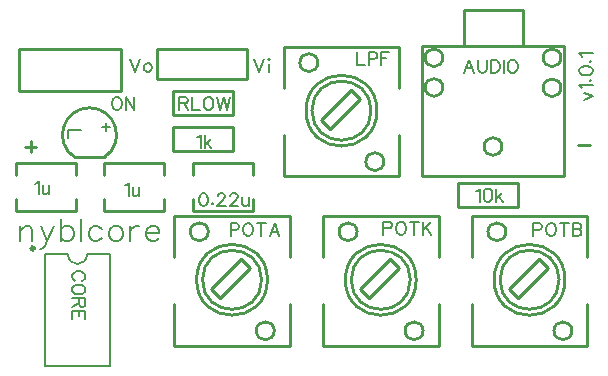
<source format=gto>
G04 Layer: TopSilkscreenLayer*
G04 EasyEDA v6.5.23, 2023-05-03 21:09:27*
G04 070e00cd3d364d4cb8f93b061264e40a,f016fa541b524367aba1ea0f7d3472e8,10*
G04 Gerber Generator version 0.2*
G04 Scale: 100 percent, Rotated: No, Reflected: No *
G04 Dimensions in millimeters *
G04 leading zeros omitted , absolute positions ,4 integer and 5 decimal *
%FSLAX45Y45*%
%MOMM*%

%ADD10C,0.2032*%
%ADD11C,0.2500*%
%ADD12C,0.1520*%
%ADD13C,0.1524*%
%ADD14C,0.2540*%
%ADD15C,0.3000*%
%ADD16C,0.0117*%

%LPD*%
D10*
X114300Y1461262D02*
G01*
X114300Y1331976D01*
X114300Y1424178D02*
G01*
X141986Y1451863D01*
X160528Y1461262D01*
X188213Y1461262D01*
X206755Y1451863D01*
X215900Y1424178D01*
X215900Y1331976D01*
X286004Y1461262D02*
G01*
X341629Y1331976D01*
X397002Y1461262D02*
G01*
X341629Y1331976D01*
X323087Y1294892D01*
X304545Y1276350D01*
X286004Y1267205D01*
X276860Y1267205D01*
X457962Y1525778D02*
G01*
X457962Y1331976D01*
X457962Y1433576D02*
G01*
X476250Y1451863D01*
X494792Y1461262D01*
X522478Y1461262D01*
X541020Y1451863D01*
X559562Y1433576D01*
X568705Y1405889D01*
X568705Y1387347D01*
X559562Y1359662D01*
X541020Y1341120D01*
X522478Y1331976D01*
X494792Y1331976D01*
X476250Y1341120D01*
X457962Y1359662D01*
X629665Y1525778D02*
G01*
X629665Y1331976D01*
X801370Y1433576D02*
G01*
X783081Y1451863D01*
X764539Y1461262D01*
X736854Y1461262D01*
X718312Y1451863D01*
X699770Y1433576D01*
X690626Y1405889D01*
X690626Y1387347D01*
X699770Y1359662D01*
X718312Y1341120D01*
X736854Y1331976D01*
X764539Y1331976D01*
X783081Y1341120D01*
X801370Y1359662D01*
X908557Y1461262D02*
G01*
X890270Y1451863D01*
X871728Y1433576D01*
X862329Y1405889D01*
X862329Y1387347D01*
X871728Y1359662D01*
X890270Y1341120D01*
X908557Y1331976D01*
X936244Y1331976D01*
X954786Y1341120D01*
X973328Y1359662D01*
X982471Y1387347D01*
X982471Y1405889D01*
X973328Y1433576D01*
X954786Y1451863D01*
X936244Y1461262D01*
X908557Y1461262D01*
X1043431Y1461262D02*
G01*
X1043431Y1331976D01*
X1043431Y1405889D02*
G01*
X1052829Y1433576D01*
X1071118Y1451863D01*
X1089660Y1461262D01*
X1117345Y1461262D01*
X1178305Y1405889D02*
G01*
X1289050Y1405889D01*
X1289050Y1424178D01*
X1279905Y1442720D01*
X1270762Y1451863D01*
X1252220Y1461262D01*
X1224534Y1461262D01*
X1205992Y1451863D01*
X1187450Y1433576D01*
X1178305Y1405889D01*
X1178305Y1387347D01*
X1187450Y1359662D01*
X1205992Y1341120D01*
X1224534Y1331976D01*
X1252220Y1331976D01*
X1270762Y1341120D01*
X1289050Y1359662D01*
X920242Y2553715D02*
G01*
X909828Y2548636D01*
X899413Y2538221D01*
X894079Y2527807D01*
X889000Y2512060D01*
X889000Y2486152D01*
X894079Y2470657D01*
X899413Y2460244D01*
X909828Y2449829D01*
X920242Y2444750D01*
X941070Y2444750D01*
X951229Y2449829D01*
X961644Y2460244D01*
X966978Y2470657D01*
X972057Y2486152D01*
X972057Y2512060D01*
X966978Y2527807D01*
X961644Y2538221D01*
X951229Y2548636D01*
X941070Y2553715D01*
X920242Y2553715D01*
X1006347Y2553715D02*
G01*
X1006347Y2444750D01*
X1006347Y2553715D02*
G01*
X1079245Y2444750D01*
X1079245Y2553715D02*
G01*
X1079245Y2444750D01*
D11*
X4838700Y2151126D02*
G01*
X4936997Y2151126D01*
D10*
X4882895Y2527300D02*
G01*
X4959095Y2560065D01*
X4882895Y2592831D02*
G01*
X4959095Y2560065D01*
X4866386Y2628645D02*
G01*
X4861052Y2639568D01*
X4844541Y2656078D01*
X4959095Y2656078D01*
X4931918Y2697479D02*
G01*
X4937252Y2692145D01*
X4942840Y2697479D01*
X4937252Y2702813D01*
X4931918Y2697479D01*
X4844541Y2771647D02*
G01*
X4850129Y2755392D01*
X4866386Y2744470D01*
X4893818Y2738881D01*
X4910074Y2738881D01*
X4937252Y2744470D01*
X4953761Y2755392D01*
X4959095Y2771647D01*
X4959095Y2782570D01*
X4953761Y2798826D01*
X4937252Y2809747D01*
X4910074Y2815336D01*
X4893818Y2815336D01*
X4866386Y2809747D01*
X4850129Y2798826D01*
X4844541Y2782570D01*
X4844541Y2771647D01*
X4931918Y2856737D02*
G01*
X4937252Y2851404D01*
X4942840Y2856737D01*
X4937252Y2862326D01*
X4931918Y2856737D01*
X4866386Y2898139D02*
G01*
X4861052Y2909062D01*
X4844541Y2925571D01*
X4959095Y2925571D01*
D11*
X199136Y2182621D02*
G01*
X199136Y2089150D01*
X152400Y2135886D02*
G01*
X245871Y2135886D01*
D12*
X1041400Y2877565D02*
G01*
X1083055Y2768600D01*
X1124457Y2877565D02*
G01*
X1083055Y2768600D01*
X1184910Y2841244D02*
G01*
X1174495Y2835910D01*
X1164081Y2825750D01*
X1158747Y2810002D01*
X1158747Y2799587D01*
X1164081Y2784094D01*
X1174495Y2773679D01*
X1184910Y2768600D01*
X1200404Y2768600D01*
X1210818Y2773679D01*
X1221231Y2784094D01*
X1226312Y2799587D01*
X1226312Y2810002D01*
X1221231Y2825750D01*
X1210818Y2835910D01*
X1200404Y2841244D01*
X1184910Y2841244D01*
X2095500Y2874898D02*
G01*
X2137156Y2765932D01*
X2178558Y2874898D02*
G01*
X2137156Y2765932D01*
X2212847Y2874898D02*
G01*
X2218181Y2869819D01*
X2223261Y2874898D01*
X2218181Y2880232D01*
X2212847Y2874898D01*
X2218181Y2838577D02*
G01*
X2218181Y2765932D01*
D13*
X1460500Y2553715D02*
G01*
X1460500Y2444750D01*
X1460500Y2553715D02*
G01*
X1507236Y2553715D01*
X1522729Y2548636D01*
X1528063Y2543302D01*
X1533144Y2532887D01*
X1533144Y2522473D01*
X1528063Y2512060D01*
X1522729Y2506979D01*
X1507236Y2501900D01*
X1460500Y2501900D01*
X1496821Y2501900D02*
G01*
X1533144Y2444750D01*
X1567434Y2553715D02*
G01*
X1567434Y2444750D01*
X1567434Y2444750D02*
G01*
X1629918Y2444750D01*
X1695450Y2553715D02*
G01*
X1685036Y2548636D01*
X1674621Y2538221D01*
X1669287Y2527807D01*
X1664207Y2512060D01*
X1664207Y2486152D01*
X1669287Y2470657D01*
X1674621Y2460244D01*
X1685036Y2449829D01*
X1695450Y2444750D01*
X1716023Y2444750D01*
X1726437Y2449829D01*
X1736852Y2460244D01*
X1742186Y2470657D01*
X1747265Y2486152D01*
X1747265Y2512060D01*
X1742186Y2527807D01*
X1736852Y2538221D01*
X1726437Y2548636D01*
X1716023Y2553715D01*
X1695450Y2553715D01*
X1781555Y2553715D02*
G01*
X1807463Y2444750D01*
X1833626Y2553715D02*
G01*
X1807463Y2444750D01*
X1833626Y2553715D02*
G01*
X1859534Y2444750D01*
X1885442Y2553715D02*
G01*
X1859534Y2444750D01*
X241300Y1821687D02*
G01*
X251713Y1827021D01*
X267207Y1842515D01*
X267207Y1733550D01*
X301497Y1806194D02*
G01*
X301497Y1754123D01*
X306831Y1738629D01*
X317245Y1733550D01*
X332739Y1733550D01*
X343154Y1738629D01*
X358647Y1754123D01*
X358647Y1806194D02*
G01*
X358647Y1733550D01*
X1656842Y1740915D02*
G01*
X1641094Y1735836D01*
X1630679Y1720087D01*
X1625600Y1694179D01*
X1625600Y1678686D01*
X1630679Y1652523D01*
X1641094Y1637029D01*
X1656842Y1631950D01*
X1667255Y1631950D01*
X1682750Y1637029D01*
X1693163Y1652523D01*
X1698244Y1678686D01*
X1698244Y1694179D01*
X1693163Y1720087D01*
X1682750Y1735836D01*
X1667255Y1740915D01*
X1656842Y1740915D01*
X1737868Y1657857D02*
G01*
X1732534Y1652523D01*
X1737868Y1647444D01*
X1742947Y1652523D01*
X1737868Y1657857D01*
X1782571Y1715007D02*
G01*
X1782571Y1720087D01*
X1787652Y1730502D01*
X1792986Y1735836D01*
X1803400Y1740915D01*
X1823973Y1740915D01*
X1834387Y1735836D01*
X1839721Y1730502D01*
X1844802Y1720087D01*
X1844802Y1709673D01*
X1839721Y1699260D01*
X1829307Y1683765D01*
X1777237Y1631950D01*
X1850136Y1631950D01*
X1889505Y1715007D02*
G01*
X1889505Y1720087D01*
X1894839Y1730502D01*
X1899920Y1735836D01*
X1910334Y1740915D01*
X1931161Y1740915D01*
X1941575Y1735836D01*
X1946656Y1730502D01*
X1951990Y1720087D01*
X1951990Y1709673D01*
X1946656Y1699260D01*
X1936241Y1683765D01*
X1884426Y1631950D01*
X1957070Y1631950D01*
X1991359Y1704594D02*
G01*
X1991359Y1652523D01*
X1996440Y1637029D01*
X2006854Y1631950D01*
X2022602Y1631950D01*
X2033015Y1637029D01*
X2048509Y1652523D01*
X2048509Y1704594D02*
G01*
X2048509Y1631950D01*
X1003300Y1808987D02*
G01*
X1013713Y1814321D01*
X1029207Y1829815D01*
X1029207Y1720850D01*
X1063497Y1793494D02*
G01*
X1063497Y1741423D01*
X1068831Y1725929D01*
X1079245Y1720850D01*
X1094739Y1720850D01*
X1105154Y1725929D01*
X1120647Y1741423D01*
X1120647Y1793494D02*
G01*
X1120647Y1720850D01*
X635507Y1001521D02*
G01*
X645921Y1006855D01*
X656336Y1017270D01*
X661415Y1027429D01*
X661415Y1048257D01*
X656336Y1058671D01*
X645921Y1069086D01*
X635507Y1074420D01*
X619760Y1079500D01*
X593852Y1079500D01*
X578357Y1074420D01*
X567944Y1069086D01*
X557529Y1058671D01*
X552450Y1048257D01*
X552450Y1027429D01*
X557529Y1017270D01*
X567944Y1006855D01*
X578357Y1001521D01*
X661415Y935989D02*
G01*
X656336Y946404D01*
X645921Y956818D01*
X635507Y962152D01*
X619760Y967231D01*
X593852Y967231D01*
X578357Y962152D01*
X567944Y956818D01*
X557529Y946404D01*
X552450Y935989D01*
X552450Y915415D01*
X557529Y905002D01*
X567944Y894587D01*
X578357Y889254D01*
X593852Y884173D01*
X619760Y884173D01*
X635507Y889254D01*
X645921Y894587D01*
X656336Y905002D01*
X661415Y915415D01*
X661415Y935989D01*
X661415Y849884D02*
G01*
X552450Y849884D01*
X661415Y849884D02*
G01*
X661415Y803147D01*
X656336Y787400D01*
X651002Y782320D01*
X640587Y777239D01*
X630173Y777239D01*
X619760Y782320D01*
X614679Y787400D01*
X609600Y803147D01*
X609600Y849884D01*
X609600Y813562D02*
G01*
X552450Y777239D01*
X661415Y742950D02*
G01*
X552450Y742950D01*
X661415Y742950D02*
G01*
X661415Y675386D01*
X609600Y742950D02*
G01*
X609600Y701294D01*
X552450Y742950D02*
G01*
X552450Y675386D01*
X3915156Y2871215D02*
G01*
X3873500Y2762250D01*
X3915156Y2871215D02*
G01*
X3956558Y2762250D01*
X3888993Y2798571D02*
G01*
X3941063Y2798571D01*
X3990847Y2871215D02*
G01*
X3990847Y2793237D01*
X3996181Y2777744D01*
X4006595Y2767329D01*
X4022090Y2762250D01*
X4032504Y2762250D01*
X4047997Y2767329D01*
X4058411Y2777744D01*
X4063745Y2793237D01*
X4063745Y2871215D01*
X4098036Y2871215D02*
G01*
X4098036Y2762250D01*
X4098036Y2871215D02*
G01*
X4134358Y2871215D01*
X4149852Y2866136D01*
X4160265Y2855721D01*
X4165600Y2845307D01*
X4170679Y2829560D01*
X4170679Y2803652D01*
X4165600Y2788157D01*
X4160265Y2777744D01*
X4149852Y2767329D01*
X4134358Y2762250D01*
X4098036Y2762250D01*
X4204970Y2871215D02*
G01*
X4204970Y2762250D01*
X4270502Y2871215D02*
G01*
X4260088Y2866136D01*
X4249674Y2855721D01*
X4244340Y2845307D01*
X4239259Y2829560D01*
X4239259Y2803652D01*
X4244340Y2788157D01*
X4249674Y2777744D01*
X4260088Y2767329D01*
X4270502Y2762250D01*
X4291329Y2762250D01*
X4301490Y2767329D01*
X4311904Y2777744D01*
X4317238Y2788157D01*
X4322318Y2803652D01*
X4322318Y2829560D01*
X4317238Y2845307D01*
X4311904Y2855721D01*
X4301490Y2866136D01*
X4291329Y2871215D01*
X4270502Y2871215D01*
X1892427Y1487043D02*
G01*
X1892427Y1377822D01*
X1892427Y1487043D02*
G01*
X1939163Y1487043D01*
X1954656Y1481709D01*
X1959736Y1476629D01*
X1965070Y1466214D01*
X1965070Y1450467D01*
X1959736Y1440053D01*
X1954656Y1434972D01*
X1939163Y1429893D01*
X1892427Y1429893D01*
X2030602Y1487043D02*
G01*
X2020188Y1481709D01*
X2009775Y1471295D01*
X2004440Y1460880D01*
X1999361Y1445387D01*
X1999361Y1419479D01*
X2004440Y1403730D01*
X2009775Y1393317D01*
X2020188Y1382903D01*
X2030602Y1377822D01*
X2051177Y1377822D01*
X2061590Y1382903D01*
X2072004Y1393317D01*
X2077338Y1403730D01*
X2082418Y1419479D01*
X2082418Y1445387D01*
X2077338Y1460880D01*
X2072004Y1471295D01*
X2061590Y1481709D01*
X2051177Y1487043D01*
X2030602Y1487043D01*
X2153031Y1487043D02*
G01*
X2153031Y1377822D01*
X2116709Y1487043D02*
G01*
X2189606Y1487043D01*
X2265299Y1487043D02*
G01*
X2223897Y1377822D01*
X2265299Y1487043D02*
G01*
X2306954Y1377822D01*
X2239390Y1414145D02*
G01*
X2291206Y1414145D01*
X4457750Y1487043D02*
G01*
X4457750Y1377822D01*
X4457750Y1487043D02*
G01*
X4504486Y1487043D01*
X4519980Y1481709D01*
X4525314Y1476629D01*
X4530394Y1466214D01*
X4530394Y1450467D01*
X4525314Y1440053D01*
X4519980Y1434972D01*
X4504486Y1429893D01*
X4457750Y1429893D01*
X4595926Y1487043D02*
G01*
X4585512Y1481709D01*
X4575098Y1471295D01*
X4570018Y1460880D01*
X4564684Y1445387D01*
X4564684Y1419479D01*
X4570018Y1403730D01*
X4575098Y1393317D01*
X4585512Y1382903D01*
X4595926Y1377822D01*
X4616754Y1377822D01*
X4627168Y1382903D01*
X4637582Y1393317D01*
X4642662Y1403730D01*
X4647742Y1419479D01*
X4647742Y1445387D01*
X4642662Y1460880D01*
X4637582Y1471295D01*
X4627168Y1481709D01*
X4616754Y1487043D01*
X4595926Y1487043D01*
X4718608Y1487043D02*
G01*
X4718608Y1377822D01*
X4682032Y1487043D02*
G01*
X4754930Y1487043D01*
X4789220Y1487043D02*
G01*
X4789220Y1377822D01*
X4789220Y1487043D02*
G01*
X4835956Y1487043D01*
X4851450Y1481709D01*
X4856784Y1476629D01*
X4861864Y1466214D01*
X4861864Y1455801D01*
X4856784Y1445387D01*
X4851450Y1440053D01*
X4835956Y1434972D01*
X4789220Y1434972D02*
G01*
X4835956Y1434972D01*
X4851450Y1429893D01*
X4856784Y1424559D01*
X4861864Y1414145D01*
X4861864Y1398651D01*
X4856784Y1388237D01*
X4851450Y1382903D01*
X4835956Y1377822D01*
X4789220Y1377822D01*
X3187603Y1499743D02*
G01*
X3187603Y1390522D01*
X3187603Y1499743D02*
G01*
X3234339Y1499743D01*
X3250087Y1494409D01*
X3255167Y1489329D01*
X3260501Y1478914D01*
X3260501Y1463167D01*
X3255167Y1452753D01*
X3250087Y1447672D01*
X3234339Y1442593D01*
X3187603Y1442593D01*
X3325779Y1499743D02*
G01*
X3315619Y1494409D01*
X3305205Y1483995D01*
X3299871Y1473580D01*
X3294791Y1458087D01*
X3294791Y1432179D01*
X3299871Y1416430D01*
X3305205Y1406017D01*
X3315619Y1395603D01*
X3325779Y1390522D01*
X3346607Y1390522D01*
X3357021Y1395603D01*
X3367435Y1406017D01*
X3372769Y1416430D01*
X3377849Y1432179D01*
X3377849Y1458087D01*
X3372769Y1473580D01*
X3367435Y1483995D01*
X3357021Y1494409D01*
X3346607Y1499743D01*
X3325779Y1499743D01*
X3448461Y1499743D02*
G01*
X3448461Y1390522D01*
X3412139Y1499743D02*
G01*
X3484783Y1499743D01*
X3519073Y1499743D02*
G01*
X3519073Y1390522D01*
X3591971Y1499743D02*
G01*
X3519073Y1426845D01*
X3545235Y1452753D02*
G01*
X3591971Y1390522D01*
X3975100Y1758187D02*
G01*
X3985513Y1763521D01*
X4001008Y1779015D01*
X4001008Y1670050D01*
X4066540Y1779015D02*
G01*
X4051045Y1773936D01*
X4040631Y1758187D01*
X4035297Y1732279D01*
X4035297Y1716786D01*
X4040631Y1690623D01*
X4051045Y1675129D01*
X4066540Y1670050D01*
X4076954Y1670050D01*
X4092447Y1675129D01*
X4102861Y1690623D01*
X4108195Y1716786D01*
X4108195Y1732279D01*
X4102861Y1758187D01*
X4092447Y1773936D01*
X4076954Y1779015D01*
X4066540Y1779015D01*
X4142486Y1779015D02*
G01*
X4142486Y1670050D01*
X4194302Y1742694D02*
G01*
X4142486Y1690623D01*
X4163059Y1711452D02*
G01*
X4199636Y1670050D01*
X1612900Y2215387D02*
G01*
X1623313Y2220721D01*
X1638807Y2236215D01*
X1638807Y2127250D01*
X1673097Y2236215D02*
G01*
X1673097Y2127250D01*
X1725168Y2199894D02*
G01*
X1673097Y2147823D01*
X1693926Y2168652D02*
G01*
X1730247Y2127250D01*
D10*
X869950Y2304034D02*
G01*
X804418Y2304034D01*
X837184Y2336800D02*
G01*
X837184Y2271268D01*
D13*
X623315Y2273300D02*
G01*
X514350Y2273300D01*
X514350Y2273300D02*
G01*
X514350Y2211070D01*
X2965450Y2934715D02*
G01*
X2965450Y2825750D01*
X2965450Y2825750D02*
G01*
X3027679Y2825750D01*
X3061970Y2934715D02*
G01*
X3061970Y2825750D01*
X3061970Y2934715D02*
G01*
X3108959Y2934715D01*
X3124454Y2929636D01*
X3129534Y2924302D01*
X3134868Y2913887D01*
X3134868Y2898394D01*
X3129534Y2887979D01*
X3124454Y2882900D01*
X3108959Y2877565D01*
X3061970Y2877565D01*
X3169158Y2934715D02*
G01*
X3169158Y2825750D01*
X3169158Y2934715D02*
G01*
X3236722Y2934715D01*
X3169158Y2882900D02*
G01*
X3210559Y2882900D01*
D14*
X965200Y2959100D02*
G01*
X965200Y2603500D01*
X965200Y2603500D02*
G01*
X101600Y2603500D01*
X101600Y2603500D02*
G01*
X101600Y2959100D01*
X101600Y2959100D02*
G01*
X965200Y2959100D01*
X1270000Y2959100D02*
G01*
X2032000Y2959100D01*
X2032000Y2705100D01*
X1270000Y2705100D01*
X1270000Y2959100D01*
X1409700Y2400300D02*
G01*
X1409700Y2603500D01*
X1409700Y2603500D02*
G01*
X1917700Y2603500D01*
X1917700Y2603500D02*
G01*
X1917700Y2400300D01*
X1917700Y2400300D02*
G01*
X1409700Y2400300D01*
X76200Y1993900D02*
G01*
X584200Y1993900D01*
X76200Y1587500D02*
G01*
X584200Y1587500D01*
X76200Y1993900D02*
G01*
X76200Y1893813D01*
X76200Y1687586D02*
G01*
X76200Y1587500D01*
X584200Y1993900D02*
G01*
X584200Y1893813D01*
X584200Y1687586D02*
G01*
X584200Y1587500D01*
X1574800Y1993900D02*
G01*
X2082800Y1993900D01*
X1574800Y1587500D02*
G01*
X2082800Y1587500D01*
X1574800Y1993900D02*
G01*
X1574800Y1893813D01*
X1574800Y1687586D02*
G01*
X1574800Y1587500D01*
X2082800Y1993900D02*
G01*
X2082800Y1893813D01*
X2082800Y1687586D02*
G01*
X2082800Y1587500D01*
X825500Y1993900D02*
G01*
X1333500Y1993900D01*
X825500Y1587500D02*
G01*
X1333500Y1587500D01*
X825500Y1993900D02*
G01*
X825500Y1893813D01*
X825500Y1687586D02*
G01*
X825500Y1587500D01*
X1333500Y1993900D02*
G01*
X1333500Y1893813D01*
X1333500Y1687586D02*
G01*
X1333500Y1587500D01*
D13*
X516900Y1221917D02*
G01*
X324759Y1221917D01*
X324759Y276679D01*
X869038Y276679D01*
X869038Y1221917D01*
X676899Y1221917D01*
D14*
X4714240Y2988563D02*
G01*
X3514239Y2988563D01*
X3514239Y1888563D01*
X4714240Y1888563D01*
X4714240Y2988563D01*
X3866261Y2990824D02*
G01*
X3866261Y3290823D01*
X4366259Y3290823D01*
X4366259Y2990824D01*
X1415133Y1198526D02*
G01*
X1415133Y1550730D01*
X1415133Y450761D02*
G01*
X1415133Y802990D01*
X2395115Y802990D02*
G01*
X2395115Y450761D01*
X2395115Y1550730D02*
G01*
X2395115Y1198526D01*
X1984027Y1180843D02*
G01*
X1730027Y926843D01*
X1806227Y850643D01*
X2060227Y1104643D01*
X1984027Y1180843D01*
X2395126Y450761D02*
G01*
X1415133Y450761D01*
X1415133Y1550730D02*
G01*
X2395115Y1550730D01*
X3934305Y1198526D02*
G01*
X3934305Y1550730D01*
X3934305Y450761D02*
G01*
X3934305Y802990D01*
X4914287Y802990D02*
G01*
X4914287Y450761D01*
X4914287Y1550730D02*
G01*
X4914287Y1198526D01*
X4503199Y1180843D02*
G01*
X4249199Y926843D01*
X4325399Y850643D01*
X4579399Y1104643D01*
X4503199Y1180843D01*
X4914298Y450761D02*
G01*
X3934305Y450761D01*
X3934305Y1550730D02*
G01*
X4914287Y1550730D01*
X2674719Y1198526D02*
G01*
X2674719Y1550730D01*
X2674719Y450761D02*
G01*
X2674719Y802990D01*
X3654701Y802990D02*
G01*
X3654701Y450761D01*
X3654701Y1550730D02*
G01*
X3654701Y1198526D01*
X3243613Y1180843D02*
G01*
X2989613Y926843D01*
X3065813Y850643D01*
X3319813Y1104643D01*
X3243613Y1180843D01*
X3654712Y450761D02*
G01*
X2674719Y450761D01*
X2674719Y1550730D02*
G01*
X3654701Y1550730D01*
X3822700Y1625600D02*
G01*
X3822700Y1828800D01*
X3822700Y1828800D02*
G01*
X4330700Y1828800D01*
X4330700Y1828800D02*
G01*
X4330700Y1625600D01*
X4330700Y1625600D02*
G01*
X3822700Y1625600D01*
X1409700Y2095500D02*
G01*
X1409700Y2298700D01*
X1409700Y2298700D02*
G01*
X1917700Y2298700D01*
X1917700Y2298700D02*
G01*
X1917700Y2095500D01*
X1917700Y2095500D02*
G01*
X1409700Y2095500D01*
X571705Y2044954D02*
G01*
X826493Y2044420D01*
X2342106Y2630578D02*
G01*
X2342106Y2982782D01*
X2342106Y1882813D02*
G01*
X2342106Y2235042D01*
X3322088Y2235042D02*
G01*
X3322088Y1882813D01*
X3322088Y2982782D02*
G01*
X3322088Y2630578D01*
X2911000Y2612895D02*
G01*
X2657000Y2358895D01*
X2733200Y2282695D01*
X2987200Y2536695D01*
X2911000Y2612895D01*
X3322099Y1882813D02*
G01*
X2342106Y1882813D01*
X2342106Y2982782D02*
G01*
X3322088Y2982782D01*
D13*
G75*
G01*
X516900Y1221918D02*
G03*
X676900Y1221918I80000J0D01*
D14*
G75*
G01*
X4689856Y2888488D02*
G03*
X4689856Y2887218I-74997J-635D01*
G75*
G01*
X4689856Y2634488D02*
G03*
X4689856Y2633218I-74997J-635D01*
G75*
G01*
X3689858Y2888488D02*
G03*
X3689858Y2887218I-74997J-635D01*
G75*
G01*
X3689858Y2637028D02*
G03*
X3689858Y2635504I-74996J-762D01*
G75*
G01*
X4189730Y2136394D02*
G03*
X4189730Y2135124I-74997J-635D01*
G75*
G01*
X825246Y2044954D02*
G03*
X571754Y2044954I-126746J190246D01*
D15*
G75*
G01
X231673Y1274547D02*
G03X231673Y1274547I-15011J0D01*
D14*
G75*
G01
X1704619Y1414043D02*
G03X1704619Y1414043I-76200J0D01*
G75*
G01
X2263419Y575843D02*
G03X2263419Y575843I-76200J0D01*
G75*
G01
X2205126Y1007643D02*
G03X2205126Y1007643I-299999J0D01*
G75*
G01
X2155139Y1007643D02*
G03X2155139Y1007643I-250012J0D01*
G75*
G01
X4223791Y1414043D02*
G03X4223791Y1414043I-76200J0D01*
G75*
G01
X4782591Y575843D02*
G03X4782591Y575843I-76200J0D01*
G75*
G01
X4724298Y1007643D02*
G03X4724298Y1007643I-299999J0D01*
G75*
G01
X4674311Y1007643D02*
G03X4674311Y1007643I-250012J0D01*
G75*
G01
X2964205Y1414043D02*
G03X2964205Y1414043I-76200J0D01*
G75*
G01
X3523005Y575843D02*
G03X3523005Y575843I-76200J0D01*
G75*
G01
X3464712Y1007643D02*
G03X3464712Y1007643I-299999J0D01*
G75*
G01
X3414725Y1007643D02*
G03X3414725Y1007643I-250012J0D01*
G75*
G01
X2631592Y2846095D02*
G03X2631592Y2846095I-76200J0D01*
G75*
G01
X3190392Y2007895D02*
G03X3190392Y2007895I-76200J0D01*
G75*
G01
X3132099Y2439695D02*
G03X3132099Y2439695I-299999J0D01*
G75*
G01
X3082112Y2439695D02*
G03X3082112Y2439695I-250012J0D01*
M02*

</source>
